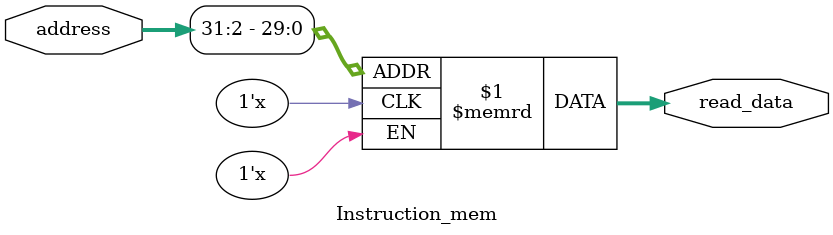
<source format=v>
`timescale 1ns / 1ps
module Instruction_mem(address,read_data);
	input [31:0] address;
	output [31:0] read_data;
	
	reg [31:0] RAM [1023:0];

	assign read_data = RAM[address[31:2]];

endmodule

</source>
